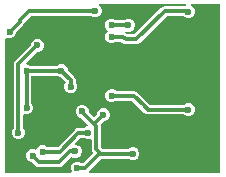
<source format=gbl>
G04*
G04 #@! TF.GenerationSoftware,Altium Limited,Altium Designer,22.2.1 (43)*
G04*
G04 Layer_Physical_Order=2*
G04 Layer_Color=9720587*
%FSLAX44Y44*%
%MOMM*%
G71*
G04*
G04 #@! TF.SameCoordinates,672CECB2-DF13-49BD-9E49-C01950E57CCB*
G04*
G04*
G04 #@! TF.FilePolarity,Positive*
G04*
G01*
G75*
%ADD52C,0.3000*%
%ADD53C,0.6000*%
G36*
X189000Y7000D02*
X77999D01*
X77645Y7642D01*
X77538Y8270D01*
X88189Y18922D01*
X111300D01*
X111884Y18337D01*
X113906Y17500D01*
X116094D01*
X118116Y18337D01*
X119663Y19885D01*
X120500Y21906D01*
Y24094D01*
X119663Y26116D01*
X118116Y27663D01*
X116094Y28500D01*
X113906D01*
X111884Y27663D01*
X111300Y27078D01*
X89689D01*
X88078Y28689D01*
Y46188D01*
X87768Y47749D01*
X87667Y47900D01*
X90268Y50500D01*
X91094D01*
X93116Y51337D01*
X94663Y52884D01*
X95500Y54906D01*
Y57094D01*
X94663Y59116D01*
X93116Y60663D01*
X91094Y61500D01*
X88906D01*
X86884Y60663D01*
X85337Y59116D01*
X84500Y57094D01*
Y56268D01*
X82094Y53862D01*
X77500Y58456D01*
Y60094D01*
X76663Y62116D01*
X75115Y63663D01*
X73094Y64500D01*
X70906D01*
X68885Y63663D01*
X67337Y62116D01*
X66500Y60094D01*
Y57906D01*
X67337Y55884D01*
X68885Y54337D01*
X70906Y53500D01*
X70921D01*
X76997Y47423D01*
X76511Y46250D01*
X76156D01*
X74134Y45413D01*
X73550Y44828D01*
X68750D01*
X67189Y44518D01*
X65866Y43634D01*
X51311Y29078D01*
X42250D01*
X41666Y29663D01*
X39644Y30500D01*
X37456D01*
X35435Y29663D01*
X33887Y28115D01*
X33084Y26176D01*
X31094Y27000D01*
X28906D01*
X26885Y26163D01*
X25337Y24615D01*
X24500Y22594D01*
Y20406D01*
X25337Y18384D01*
X26885Y16837D01*
X28906Y16000D01*
X29732D01*
X32616Y13116D01*
X32616Y13116D01*
X33939Y12232D01*
X35500Y11922D01*
X52500D01*
X52500Y11922D01*
X54061Y12232D01*
X55384Y13116D01*
X62895Y20627D01*
X62903Y20619D01*
X64924Y19782D01*
X67112D01*
X69134Y20619D01*
X70681Y22166D01*
X71518Y24188D01*
Y26376D01*
X70681Y28397D01*
X69134Y29944D01*
X67112Y30782D01*
X66345D01*
X65819Y32052D01*
X70439Y36672D01*
X73550D01*
X74134Y36087D01*
X76156Y35250D01*
X78344D01*
X78866Y35466D01*
X79922Y34760D01*
Y27000D01*
X79922Y27000D01*
X80232Y25439D01*
X81116Y24116D01*
X81482Y23750D01*
X72811Y15078D01*
X71700D01*
X71115Y15663D01*
X69094Y16500D01*
X66906D01*
X64885Y15663D01*
X63337Y14116D01*
X62500Y12094D01*
Y9906D01*
X63178Y8270D01*
X62562Y7000D01*
X7000D01*
Y120622D01*
X8270Y121470D01*
X9406Y121000D01*
X11594D01*
X13615Y121837D01*
X15163Y123385D01*
X16000Y125406D01*
Y126232D01*
X21921Y132153D01*
X21921Y132153D01*
X22805Y133476D01*
X22944Y134177D01*
X28689Y139922D01*
X79300D01*
X79885Y139337D01*
X81906Y138500D01*
X84094D01*
X86116Y139337D01*
X87663Y140885D01*
X88500Y142906D01*
Y145094D01*
X87663Y147115D01*
X86116Y148663D01*
X85953Y148730D01*
X86206Y150000D01*
X160002D01*
X160254Y148730D01*
X158884Y148163D01*
X158800Y148078D01*
X142000D01*
X142000Y148078D01*
X140439Y147768D01*
X139116Y146884D01*
X116311Y124078D01*
X110595D01*
X109790Y124884D01*
X108649Y125646D01*
X109251Y126771D01*
X109906Y126500D01*
X112094D01*
X114115Y127337D01*
X115663Y128884D01*
X116500Y130906D01*
Y133094D01*
X115663Y135115D01*
X114115Y136663D01*
X112094Y137500D01*
X109906D01*
X107885Y136663D01*
X107300Y136078D01*
X100700D01*
X100115Y136663D01*
X98094Y137500D01*
X95906D01*
X93884Y136663D01*
X92337Y135115D01*
X91500Y133094D01*
Y130906D01*
X92337Y128884D01*
X93392Y127830D01*
X93742Y127000D01*
X93392Y126170D01*
X92337Y125115D01*
X91500Y123094D01*
Y120906D01*
X92337Y118884D01*
X93884Y117337D01*
X95906Y116500D01*
X98094D01*
X100115Y117337D01*
X100700Y117922D01*
X105217D01*
X106022Y117116D01*
X106022Y117116D01*
X107345Y116232D01*
X108906Y115922D01*
X108906Y115922D01*
X118000D01*
X118000Y115922D01*
X119561Y116232D01*
X120884Y117116D01*
X143689Y139922D01*
X157800D01*
X158884Y138837D01*
X160906Y138000D01*
X163094D01*
X165116Y138837D01*
X166663Y140385D01*
X167500Y142406D01*
Y144594D01*
X166663Y146615D01*
X165116Y148163D01*
X163746Y148730D01*
X163998Y150000D01*
X189000D01*
Y7000D01*
D02*
G37*
%LPC*%
G36*
X35094Y120500D02*
X32906D01*
X30884Y119663D01*
X29337Y118116D01*
X28500Y116094D01*
Y115268D01*
X15116Y101884D01*
X14232Y100561D01*
X13922Y99000D01*
X13922Y99000D01*
Y44700D01*
X13337Y44116D01*
X12500Y42094D01*
Y39906D01*
X13337Y37885D01*
X14885Y36337D01*
X16906Y35500D01*
X19094D01*
X21116Y36337D01*
X22663Y37885D01*
X23500Y39906D01*
Y42094D01*
X22663Y44116D01*
X22078Y44700D01*
Y56114D01*
X23134Y56820D01*
X23906Y56500D01*
X26094D01*
X28115Y57337D01*
X29663Y58885D01*
X30500Y60906D01*
Y63094D01*
X29663Y65115D01*
X29078Y65700D01*
Y89172D01*
X51050D01*
X51385Y88837D01*
X53406Y88000D01*
X54232D01*
X58422Y83811D01*
Y83700D01*
X57837Y83116D01*
X57000Y81094D01*
Y78906D01*
X57837Y76884D01*
X59384Y75337D01*
X61406Y74500D01*
X63594D01*
X65616Y75337D01*
X67163Y76884D01*
X68000Y78906D01*
Y81094D01*
X67163Y83116D01*
X66578Y83700D01*
Y85500D01*
X66268Y87061D01*
X65384Y88384D01*
X60000Y93768D01*
Y94594D01*
X59163Y96615D01*
X57615Y98163D01*
X55594Y99000D01*
X53406D01*
X51385Y98163D01*
X50550Y97328D01*
X28450D01*
X28115Y97663D01*
X26094Y98500D01*
X25064D01*
X24538Y99770D01*
X34268Y109500D01*
X35094D01*
X37115Y110337D01*
X38663Y111884D01*
X39500Y113906D01*
Y116094D01*
X38663Y118116D01*
X37115Y119663D01*
X35094Y120500D01*
D02*
G37*
G36*
X98198Y77796D02*
X96010D01*
X93988Y76959D01*
X92441Y75412D01*
X91604Y73390D01*
Y71202D01*
X92441Y69181D01*
X93988Y67634D01*
X96010Y66796D01*
X98198D01*
X100219Y67634D01*
X100507Y67922D01*
X114311D01*
X121116Y61116D01*
X124616Y57616D01*
X124616Y57616D01*
X125939Y56732D01*
X127500Y56422D01*
X127500Y56422D01*
X158300D01*
X158884Y55837D01*
X160906Y55000D01*
X163094D01*
X165116Y55837D01*
X166663Y57385D01*
X167500Y59406D01*
Y61594D01*
X166663Y63615D01*
X165116Y65163D01*
X163094Y66000D01*
X160906D01*
X158884Y65163D01*
X158300Y64578D01*
X129189D01*
X126884Y66884D01*
X118884Y74884D01*
X117561Y75768D01*
X116000Y76078D01*
X116000Y76078D01*
X101100D01*
X100219Y76959D01*
X98198Y77796D01*
D02*
G37*
%LPD*%
D52*
X19037Y135037D02*
Y136037D01*
X27000Y144000D01*
X10500Y126500D02*
X19037Y135037D01*
X27000Y144000D02*
X83000D01*
X62500Y80000D02*
Y85500D01*
X54500Y93500D02*
X62500Y85500D01*
X25250Y93250D02*
X53750D01*
X54000Y93500D01*
X25000Y93000D02*
X25250Y93250D01*
X25000Y62000D02*
Y93000D01*
X25000Y93000D02*
X25000Y93000D01*
X25000Y62000D02*
X25000Y62000D01*
X72000Y58188D02*
Y59000D01*
Y58188D02*
X84000Y46188D01*
X82094Y48094D02*
X90000Y56000D01*
X84000Y27000D02*
Y46188D01*
X87250Y23750D02*
X88000Y23000D01*
X115000D01*
X65833Y25097D02*
X66018Y25282D01*
X52500Y16000D02*
X61597Y25097D01*
X65833D01*
X35500Y16000D02*
X52500D01*
X84000Y27000D02*
X87250Y23750D01*
X68000Y11000D02*
X74500D01*
X87250Y23750D01*
X127500Y60500D02*
X162000D01*
X124000Y64000D02*
X127500Y60500D01*
X97000Y132000D02*
X111000D01*
X108906Y120000D02*
X118000D01*
X97000Y122000D02*
X106906D01*
X108906Y120000D01*
X118000D02*
X142000Y144000D01*
X97400Y72000D02*
X116000D01*
X97104Y72296D02*
X97400Y72000D01*
X116000D02*
X124000Y64000D01*
X142000Y144000D02*
X162000D01*
X18000Y99000D02*
X34000Y115000D01*
X18000Y41000D02*
Y99000D01*
X30000Y21500D02*
X35500Y16000D01*
X68750Y40750D02*
X77250D01*
X53000Y25000D02*
X68750Y40750D01*
X38550Y25000D02*
X53000D01*
D53*
X73000Y89000D02*
D03*
X10500Y126500D02*
D03*
X72000Y59000D02*
D03*
X54500Y93500D02*
D03*
X162000Y60500D02*
D03*
X142000Y44000D02*
D03*
X55000Y64500D02*
D03*
X25000Y62000D02*
D03*
X10500Y65500D02*
D03*
X114000Y58000D02*
D03*
X55000Y118000D02*
D03*
X13000Y13000D02*
D03*
X183000Y43000D02*
D03*
X108000Y145000D02*
D03*
X140000Y129000D02*
D03*
X141000Y70000D02*
D03*
X115000Y23000D02*
D03*
X24000Y29000D02*
D03*
X115000Y11000D02*
D03*
X185000Y124500D02*
D03*
X111000Y132000D02*
D03*
X97000Y122000D02*
D03*
Y132000D02*
D03*
X97104Y72296D02*
D03*
X90000Y56000D02*
D03*
X162000Y143500D02*
D03*
X18000Y41000D02*
D03*
X30000Y21500D02*
D03*
X38550Y25000D02*
D03*
X77250Y40750D02*
D03*
X66018Y25282D02*
D03*
X68000Y11000D02*
D03*
X83000Y144000D02*
D03*
X62500Y80000D02*
D03*
X34000Y115000D02*
D03*
X142000Y15000D02*
D03*
X25000Y93000D02*
D03*
X51000Y39000D02*
D03*
X40000Y79000D02*
D03*
M02*

</source>
